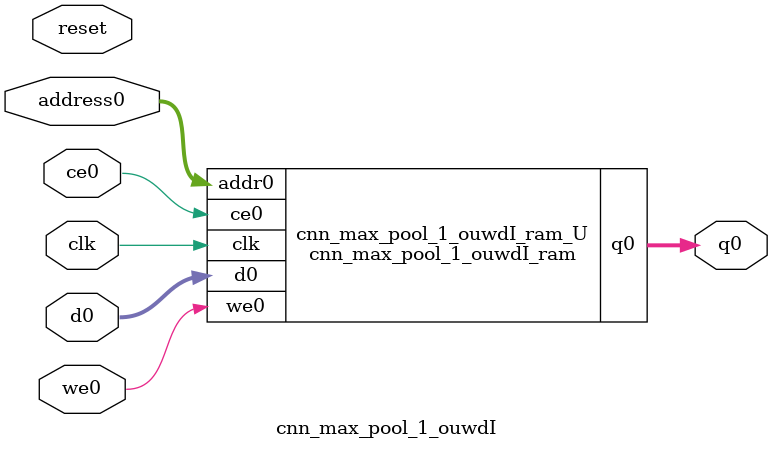
<source format=v>
`timescale 1 ns / 1 ps
module cnn_max_pool_1_ouwdI_ram (addr0, ce0, d0, we0, q0,  clk);

parameter DWIDTH = 14;
parameter AWIDTH = 10;
parameter MEM_SIZE = 1014;

input[AWIDTH-1:0] addr0;
input ce0;
input[DWIDTH-1:0] d0;
input we0;
output reg[DWIDTH-1:0] q0;
input clk;

(* ram_style = "block" *)reg [DWIDTH-1:0] ram[0:MEM_SIZE-1];




always @(posedge clk)  
begin 
    if (ce0) 
    begin
        if (we0) 
        begin 
            ram[addr0] <= d0; 
        end 
        q0 <= ram[addr0];
    end
end


endmodule

`timescale 1 ns / 1 ps
module cnn_max_pool_1_ouwdI(
    reset,
    clk,
    address0,
    ce0,
    we0,
    d0,
    q0);

parameter DataWidth = 32'd14;
parameter AddressRange = 32'd1014;
parameter AddressWidth = 32'd10;
input reset;
input clk;
input[AddressWidth - 1:0] address0;
input ce0;
input we0;
input[DataWidth - 1:0] d0;
output[DataWidth - 1:0] q0;



cnn_max_pool_1_ouwdI_ram cnn_max_pool_1_ouwdI_ram_U(
    .clk( clk ),
    .addr0( address0 ),
    .ce0( ce0 ),
    .we0( we0 ),
    .d0( d0 ),
    .q0( q0 ));

endmodule


</source>
